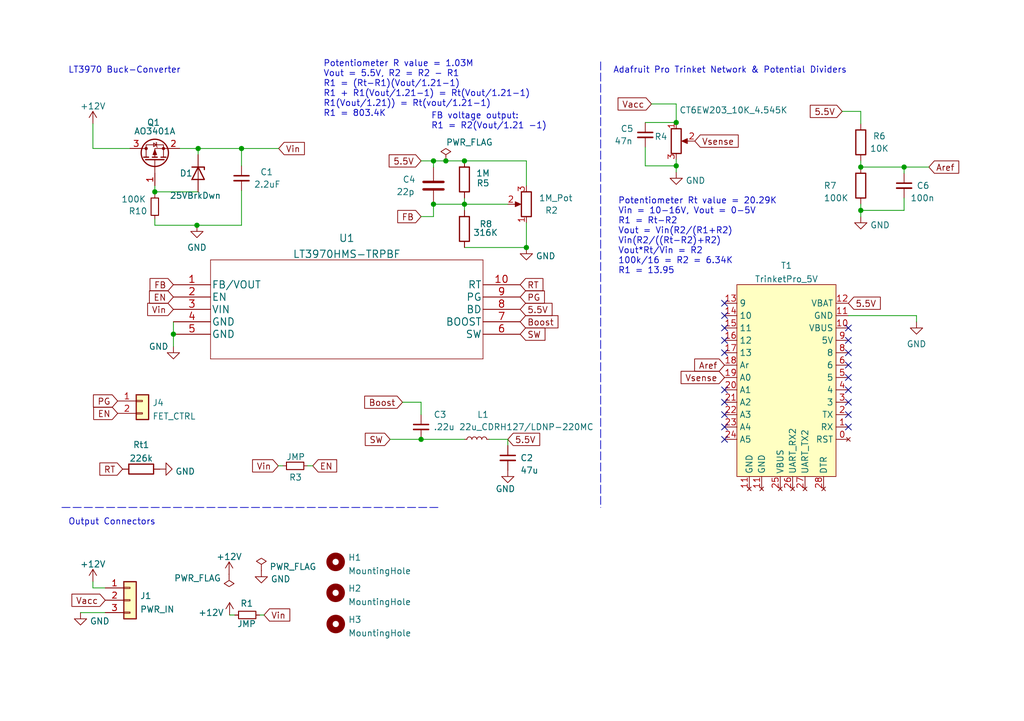
<source format=kicad_sch>
(kicad_sch (version 20211123) (generator eeschema)
  (paper "A5")
  (title_block (title "Power Controller") (date "2022-02-24") (rev "v1.0") (company "Personal") (comment 1 "Power Controller to limit quiescent current of power supply"))
  (lib_symbols
    (symbol "Adafruit:TrinketPro_5V"
      (property "Reference" "T" (at 0 22.86 0))
      (property "Value" "TrinketPro_5V" (at 0 1.27 0))
      (symbol "TrinketPro_5V_0_1"
        (rectangle (start -10.16 21.59) (end 10.16 -17.78) (stroke (width 0.1524)) (fill (type background)))
      )
      (symbol "TrinketPro_5V_1_1"
        (pin no_connect line (at 12.7 -10.16 180) (length 2.54) (name "RST") (number "0"))
        (pin input line (at 12.7 -7.62 180) (length 2.54) (name "RX") (number "1"))
        (pin power_out line (at 12.7 12.7 180) (length 2.54) (name "VBUS") (number "10"))
        (pin no_connect line (at -7.62 -20.32 90) (length 2.54) (name "GND") (number "11"))
        (pin no_connect line (at -5.08 -20.32 90) (length 2.54) (name "GND") (number "11"))
        (pin power_in line (at 12.7 15.24 180) (length 2.54) (name "GND") (number "11"))
        (pin power_in line (at 12.7 17.78 180) (length 2.54) (name "VBAT") (number "12"))
        (pin bidirectional line (at -12.7 17.78 0) (length 2.54) (name "9") (number "13"))
        (pin bidirectional line (at -12.7 15.24 0) (length 2.54) (name "10") (number "14"))
        (pin bidirectional line (at -12.7 12.7 0) (length 2.54) (name "11") (number "15"))
        (pin bidirectional line (at -12.7 10.16 0) (length 2.54) (name "12") (number "16"))
        (pin bidirectional line (at -12.7 7.62 0) (length 2.54) (name "13") (number "17"))
        (pin passive line (at -12.7 5.08 0) (length 2.54) (name "Ar") (number "18"))
        (pin bidirectional line (at -12.7 2.54 0) (length 2.54) (name "A0") (number "19"))
        (pin output line (at 12.7 -5.08 180) (length 2.54) (name "TX") (number "2"))
        (pin bidirectional line (at -12.7 0 0) (length 2.54) (name "A1") (number "20"))
        (pin bidirectional line (at -12.7 -2.54 0) (length 2.54) (name "A2") (number "21"))
        (pin bidirectional line (at -12.7 -5.08 0) (length 2.54) (name "A3") (number "22"))
        (pin bidirectional line (at -12.7 -7.62 0) (length 2.54) (name "A4") (number "23"))
        (pin bidirectional line (at -12.7 -10.16 0) (length 2.54) (name "A5") (number "24"))
        (pin no_connect line (at -1.27 -20.32 90) (length 2.54) (name "VBUS") (number "25"))
        (pin no_connect line (at 1.27 -20.32 90) (length 2.54) (name "UART_RX2") (number "26"))
        (pin no_connect line (at 3.81 -20.32 90) (length 2.54) (name "UART_TX2") (number "27"))
        (pin no_connect line (at 7.62 -20.32 90) (length 2.54) (name "DTR") (number "28"))
        (pin bidirectional line (at 12.7 -2.54 180) (length 2.54) (name "3") (number "3"))
        (pin bidirectional line (at 12.7 0 180) (length 2.54) (name "4") (number "4"))
        (pin bidirectional line (at 12.7 2.54 180) (length 2.54) (name "5") (number "5"))
        (pin bidirectional line (at 12.7 5.08 180) (length 2.54) (name "6") (number "6"))
        (pin bidirectional line (at 12.7 7.62 180) (length 2.54) (name "8") (number "8"))
        (pin power_out line (at 12.7 10.16 180) (length 2.54) (name "5V") (number "9"))
      )
    )
    (symbol "Buck_reg:LT3970HMS-TRPBF" (pin_names (offset 0.254))
      (property "Reference" "U" (at 35.56 10.16 0))
      (property "Value" "LT3970HMS-TRPBF" (at 35.56 7.62 0))
      (symbol "LT3970HMS-TRPBF_1_1"
        (polyline (pts (xy 7.62 -15.24) (xy 63.5 -15.24)) (stroke (width 0.127)))
        (polyline (pts (xy 7.62 5.08) (xy 7.62 -15.24)) (stroke (width 0.127)))
        (polyline (pts (xy 63.5 -15.24) (xy 63.5 5.08)) (stroke (width 0.127)))
        (polyline (pts (xy 63.5 5.08) (xy 7.62 5.08)) (stroke (width 0.127)))
        (pin output line (at 0 0 0) (length 7.62) (name "FB/VOUT") (number "1"))
        (pin unspecified line (at 71.12 0 180) (length 7.62) (name "RT") (number "10"))
        (pin unspecified line (at 0 -2.54 0) (length 7.62) (name "EN") (number "2"))
        (pin input line (at 0 -5.08 0) (length 7.62) (name "VIN") (number "3"))
        (pin power_in line (at 0 -7.62 0) (length 7.62) (name "GND") (number "4"))
        (pin power_in line (at 0 -10.16 0) (length 7.62) (name "GND") (number "5"))
        (pin output line (at 71.12 -10.16 180) (length 7.62) (name "SW") (number "6"))
        (pin input line (at 71.12 -7.62 180) (length 7.62) (name "BOOST") (number "7"))
        (pin unspecified line (at 71.12 -5.08 180) (length 7.62) (name "BD") (number "8"))
        (pin output line (at 71.12 -2.54 180) (length 7.62) (name "PG") (number "9"))
      )
    )
    (symbol "Connector_Generic:Conn_01x02" (pin_names (offset 1.016) hide)
      (property "Reference" "J" (at 0 2.54 0))
      (property "Value" "Conn_01x02" (at 0 -5.08 0))
      (symbol "Conn_01x02_1_1"
        (rectangle (start -1.27 -2.413) (end 0 -2.667) (stroke (width 0.1524)))
        (rectangle (start -1.27 0.127) (end 0 -0.127) (stroke (width 0.1524)))
        (rectangle (start -1.27 1.27) (end 1.27 -3.81) (stroke (width 0.254)) (fill (type background)))
        (pin passive line (at -5.08 0 0) (length 3.81) (name "Pin_1") (number "1"))
        (pin passive line (at -5.08 -2.54 0) (length 3.81) (name "Pin_2") (number "2"))
      )
    )
    (symbol "Connector_Generic:Conn_01x03" (pin_names (offset 1.016) hide)
      (property "Reference" "J" (at 0 5.08 0))
      (property "Value" "Conn_01x03" (at 0 -5.08 0))
      (symbol "Conn_01x03_1_1"
        (rectangle (start -1.27 -2.413) (end 0 -2.667) (stroke (width 0.1524)))
        (rectangle (start -1.27 0.127) (end 0 -0.127) (stroke (width 0.1524)))
        (rectangle (start -1.27 2.667) (end 0 2.413) (stroke (width 0.1524)))
        (rectangle (start -1.27 3.81) (end 1.27 -3.81) (stroke (width 0.254)) (fill (type background)))
        (pin passive line (at -5.08 2.54 0) (length 3.81) (name "Pin_1") (number "1"))
        (pin passive line (at -5.08 0 0) (length 3.81) (name "Pin_2") (number "2"))
        (pin passive line (at -5.08 -2.54 0) (length 3.81) (name "Pin_3") (number "3"))
      )
    )
    (symbol "Device:C" (pin_numbers hide) (pin_names (offset 0.254))
      (property "Reference" "C" (at 0.635 2.54 0))
      (property "Value" "C" (at 0.635 -2.54 0))
      (symbol "C_0_1"
        (polyline (pts (xy -2.032 -0.762) (xy 2.032 -0.762)) (stroke (width 0.508)))
        (polyline (pts (xy -2.032 0.762) (xy 2.032 0.762)) (stroke (width 0.508)))
      )
      (symbol "C_1_1"
        (pin passive line (at 0 3.81 270) (length 2.794) (name "~") (number "1"))
        (pin passive line (at 0 -3.81 90) (length 2.794) (name "~") (number "2"))
      )
    )
    (symbol "Device:C_Small" (pin_numbers hide) (pin_names (offset 0.254) hide)
      (property "Reference" "C" (at 0.254 1.778 0))
      (property "Value" "C_Small" (at 0.254 -2.032 0))
      (symbol "C_Small_0_1"
        (polyline (pts (xy -1.524 -0.508) (xy 1.524 -0.508)) (stroke (width 0.3302)))
        (polyline (pts (xy -1.524 0.508) (xy 1.524 0.508)) (stroke (width 0.3048)))
      )
      (symbol "C_Small_1_1"
        (pin passive line (at 0 2.54 270) (length 2.032) (name "~") (number "1"))
        (pin passive line (at 0 -2.54 90) (length 2.032) (name "~") (number "2"))
      )
    )
    (symbol "Device:D_Zener" (pin_numbers hide) (pin_names (offset 1.016) hide)
      (property "Reference" "D" (at 0 2.54 0))
      (property "Value" "D_Zener" (at 0 -2.54 0))
      (symbol "D_Zener_0_1"
        (polyline (pts (xy 1.27 0) (xy -1.27 0)))
        (polyline (pts (xy -1.27 -1.27) (xy -1.27 1.27) (xy -0.762 1.27)) (stroke (width 0.254)))
        (polyline (pts (xy 1.27 -1.27) (xy 1.27 1.27) (xy -1.27 0) (xy 1.27 -1.27)) (stroke (width 0.254)))
      )
      (symbol "D_Zener_1_1"
        (pin passive line (at -3.81 0 0) (length 2.54) (name "K") (number "1"))
        (pin passive line (at 3.81 0 180) (length 2.54) (name "A") (number "2"))
      )
    )
    (symbol "Device:L_Small" (pin_numbers hide) (pin_names (offset 0.254) hide)
      (property "Reference" "L" (at 0.762 1.016 0))
      (property "Value" "L_Small" (at 0.762 -1.016 0))
      (symbol "L_Small_0_1"
        (arc (start 0 -2.032) (mid 0.508 -1.524) (end 0 -1.016))
        (arc (start 0 -1.016) (mid 0.508 -0.508) (end 0 0))
        (arc (start 0 0) (mid 0.508 0.508) (end 0 1.016))
        (arc (start 0 1.016) (mid 0.508 1.524) (end 0 2.032))
      )
      (symbol "L_Small_1_1"
        (pin passive line (at 0 2.54 270) (length 0.508) (name "~") (number "1"))
        (pin passive line (at 0 -2.54 90) (length 0.508) (name "~") (number "2"))
      )
    )
    (symbol "Device:Q_PMOS_GDS" (pin_names (offset 0) hide)
      (property "Reference" "Q1" (at 0 8.4115 90))
      (property "Value" "AO3401A" (at 0 5.6364 90))
      (symbol "Q_PMOS_GDS_0_1"
        (polyline (pts (xy 0.254 0) (xy -2.54 0)))
        (polyline (pts (xy 0.254 1.905) (xy 0.254 -1.905)) (stroke (width 0.254)))
        (polyline (pts (xy 0.762 -1.27) (xy 0.762 -2.286)) (stroke (width 0.254)))
        (polyline (pts (xy 0.762 0.508) (xy 0.762 -0.508)) (stroke (width 0.254)))
        (polyline (pts (xy 0.762 2.286) (xy 0.762 1.27)) (stroke (width 0.254)))
        (polyline (pts (xy 2.54 2.54) (xy 2.54 1.778)))
        (polyline (pts (xy 2.54 -2.54) (xy 2.54 0) (xy 0.762 0)))
        (polyline (pts (xy 0.762 1.778) (xy 3.302 1.778) (xy 3.302 -1.778) (xy 0.762 -1.778)))
        (polyline (pts (xy 2.286 0) (xy 1.27 0.381) (xy 1.27 -0.381) (xy 2.286 0)) (fill (type outline)))
        (polyline (pts (xy 2.794 -0.508) (xy 2.921 -0.381) (xy 3.683 -0.381) (xy 3.81 -0.254)))
        (polyline (pts (xy 3.302 -0.381) (xy 2.921 0.254) (xy 3.683 0.254) (xy 3.302 -0.381)))
        (circle (center 1.651 0) (radius 2.794) (stroke (width 0.254)))
        (circle (center 2.54 -1.778) (radius 0.254) (fill (type outline)))
        (circle (center 2.54 1.778) (radius 0.254) (fill (type outline)))
      )
      (symbol "Q_PMOS_GDS_1_1"
        (pin input line (at -5.08 0 0) (length 2.54) (name "G") (number "1"))
        (pin passive line (at 2.54 -5.08 90) (length 2.54) (name "S") (number "2"))
        (pin passive line (at 2.54 5.08 270) (length 2.54) (name "D") (number "3"))
      )
    )
    (symbol "Device:R" (pin_numbers hide) (pin_names (offset 0))
      (property "Reference" "R" (at 2.032 0 90))
      (property "Value" "R" (at 0 0 90))
      (symbol "R_0_1"
        (rectangle (start -1.016 -2.54) (end 1.016 2.54) (stroke (width 0.254)))
      )
      (symbol "R_1_1"
        (pin passive line (at 0 3.81 270) (length 1.27) (name "~") (number "1"))
        (pin passive line (at 0 -3.81 90) (length 1.27) (name "~") (number "2"))
      )
    )
    (symbol "Device:R_Potentiometer" (pin_names (offset 1.016) hide)
      (property "Reference" "RV" (at -4.445 0 90))
      (property "Value" "R_Potentiometer" (at -2.54 0 90))
      (symbol "R_Potentiometer_0_1"
        (polyline (pts (xy 2.54 0) (xy 1.524 0)))
        (polyline (pts (xy 1.143 0) (xy 2.286 0.508) (xy 2.286 -0.508) (xy 1.143 0)) (fill (type outline)))
        (rectangle (start 1.016 2.54) (end -1.016 -2.54) (stroke (width 0.254)))
      )
      (symbol "R_Potentiometer_1_1"
        (pin passive line (at 0 3.81 270) (length 1.27) (name "1") (number "1"))
        (pin passive line (at 3.81 0 180) (length 1.27) (name "2") (number "2"))
        (pin passive line (at 0 -3.81 90) (length 1.27) (name "3") (number "3"))
      )
    )
    (symbol "Device:R_Small" (pin_numbers hide) (pin_names (offset 0.254) hide)
      (property "Reference" "R" (at 0.762 0.508 0))
      (property "Value" "R_Small" (at 0.762 -1.016 0))
      (symbol "R_Small_0_1"
        (rectangle (start -0.762 1.778) (end 0.762 -1.778) (stroke (width 0.2032)))
      )
      (symbol "R_Small_1_1"
        (pin passive line (at 0 2.54 270) (length 0.762) (name "~") (number "1"))
        (pin passive line (at 0 -2.54 90) (length 0.762) (name "~") (number "2"))
      )
    )
    (symbol "Mechanical:MountingHole" (pin_names (offset 1.016))
      (property "Reference" "H" (at 0 5.08 0))
      (property "Value" "MountingHole" (at 0 3.175 0))
      (symbol "MountingHole_0_1"
        (circle (center 0 0) (radius 1.27) (stroke (width 1.27)))
      )
    )
    (symbol "power:+12V" (power) (pin_names (offset 0))
      (property "Value" "+12V" (at 0 3.556 0))
      (symbol "+12V_0_1"
        (polyline (pts (xy -0.762 1.27) (xy 0 2.54)))
        (polyline (pts (xy 0 0) (xy 0 2.54)))
        (polyline (pts (xy 0 2.54) (xy 0.762 1.27)))
      )
      (symbol "+12V_1_1"
        (pin power_in line (at 0 0 90) (length 0) hide (name "+12V") (number "1"))
      )
    )
    (symbol "power:GND" (power) (pin_names (offset 0))
      (property "Value" "GND" (at 0 -3.81 0))
      (symbol "GND_0_1"
        (polyline (pts (xy 0 0) (xy 0 -1.27) (xy 1.27 -1.27) (xy 0 -2.54) (xy -1.27 -1.27) (xy 0 -1.27)))
      )
      (symbol "GND_1_1"
        (pin power_in line (at 0 0 270) (length 0) hide (name "GND") (number "1"))
      )
    )
    (symbol "power:PWR_FLAG" (power) (pin_numbers hide) (pin_names (offset 0) hide)
      (property "Value" "PWR_FLAG" (at 0 3.81 0))
      (symbol "PWR_FLAG_0_0"
        (pin power_out line (at 0 0 90) (length 0) (name "pwr") (number "1"))
      )
      (symbol "PWR_FLAG_0_1"
        (polyline (pts (xy 0 0) (xy 0 1.27) (xy -1.016 1.905) (xy 0 2.54) (xy 1.016 1.905) (xy 0 1.27)))
      )
    )
  )
  (junction (at 95.25 41.91))
  (junction (at 176.53 43.18))
  (junction (at 138.684 25.146))
  (junction (at 49.53 30.48))
  (junction (at 86.36 90.17))
  (junction (at 107.95 50.8))
  (junction (at 95.25 33.02))
  (junction (at 138.684 34.036))
  (junction (at 88.9 33.02))
  (junction (at 35.56 68.58))
  (junction (at 88.9 41.91))
  (junction (at 176.53 34.29))
  (junction (at 91.44 33.02))
  (junction (at 40.386 46.228))
  (junction (at 31.75 39.37))
  (junction (at 185.42 34.29))
  (junction (at 40.64 30.48))
  (no_connect (at 148.59 90.17))
  (no_connect (at 148.59 62.23))
  (no_connect (at 148.59 67.31))
  (no_connect (at 148.59 69.85))
  (no_connect (at 148.59 80.01))
  (no_connect (at 148.59 82.55))
  (no_connect (at 148.59 87.63))
  (no_connect (at 148.59 85.09))
  (no_connect (at 173.99 87.63))
  (no_connect (at 173.99 85.09))
  (no_connect (at 173.99 77.47))
  (no_connect (at 173.99 82.55))
  (no_connect (at 173.99 69.85))
  (no_connect (at 173.99 67.31))
  (no_connect (at 173.99 72.39))
  (no_connect (at 148.59 72.39))
  (no_connect (at 173.99 74.93))
  (no_connect (at 148.59 64.77))
  (no_connect (at 173.99 80.01))
  (wire (pts (xy 19.05 120.65) (xy 21.59 120.65)))
  (wire (pts (xy 132.334 25.146) (xy 138.684 25.146)))
  (wire (pts (xy 49.53 30.48) (xy 57.15 30.48)))
  (wire (pts (xy 88.9 33.02) (xy 88.9 34.29)))
  (wire (pts (xy 49.53 39.116) (xy 49.53 46.228)))
  (wire (pts (xy 63.0682 95.6056) (xy 64.135 95.6056)))
  (wire (pts (xy 133.604 21.336) (xy 138.684 21.336)))
  (wire (pts (xy 176.53 41.91) (xy 176.53 43.18)))
  (wire (pts (xy 86.36 90.17) (xy 95.25 90.17)))
  (wire (pts (xy 49.53 30.48) (xy 49.53 34.036)))
  (wire (pts (xy 88.9 44.45) (xy 88.9 41.91)))
  (wire (pts (xy 31.75 39.37) (xy 31.75 38.1)))
  (wire (pts (xy 132.334 34.036) (xy 138.684 34.036)))
  (wire (pts (xy 19.05 119.38) (xy 19.05 120.65)))
  (wire (pts (xy 40.64 30.48) (xy 49.53 30.48)))
  (wire (pts (xy 187.96 64.77) (xy 187.96 66.04)))
  (wire (pts (xy 48.1584 126.2126) (xy 47.0916 126.2126)))
  (wire (pts (xy 107.95 33.02) (xy 107.95 38.1)))
  (wire (pts (xy 31.75 39.878) (xy 31.75 39.37)))
  (wire (pts (xy 88.9 41.91) (xy 95.25 41.91)))
  (wire (pts (xy 185.42 40.64) (xy 185.42 43.18)))
  (wire (pts (xy 176.53 33.02) (xy 176.53 34.29)))
  (wire (pts (xy 31.75 46.228) (xy 31.75 44.958)))
  (wire (pts (xy 176.53 43.18) (xy 176.53 44.45)))
  (wire (pts (xy 19.05 25.4) (xy 19.05 30.48)))
  (wire (pts (xy 86.36 33.02) (xy 88.9 33.02)))
  (wire (pts (xy 57.0738 95.6056) (xy 57.9882 95.6056)))
  (wire (pts (xy 138.684 32.766) (xy 138.684 34.036)))
  (wire (pts (xy 173.99 64.77) (xy 187.96 64.77)))
  (wire (pts (xy 86.36 82.55) (xy 86.36 85.09)))
  (wire (pts (xy 86.36 44.45) (xy 88.9 44.45)))
  (wire (pts (xy 91.44 33.02) (xy 95.25 33.02)))
  (wire (pts (xy 176.53 43.18) (xy 185.42 43.18)))
  (wire (pts (xy 132.334 30.226) (xy 132.334 34.036)))
  (wire (pts (xy 40.386 46.228) (xy 31.75 46.228)))
  (wire (pts (xy 100.33 90.17) (xy 104.14 90.17)))
  (wire (pts (xy 172.72 22.86) (xy 176.53 22.86)))
  (wire (pts (xy 176.53 22.86) (xy 176.53 25.4)))
  (wire (pts (xy 104.14 90.17) (xy 104.14 91.44)))
  (polyline (pts (xy 12.7 104.14) (xy 90.17 104.14)))
  (wire (pts (xy 40.64 30.48) (xy 40.64 31.75)))
  (wire (pts (xy 138.684 34.036) (xy 138.684 35.306)))
  (wire (pts (xy 107.95 50.8) (xy 107.95 45.72)))
  (wire (pts (xy 185.42 34.29) (xy 185.42 35.56)))
  (wire (pts (xy 88.9 33.02) (xy 91.44 33.02)))
  (wire (pts (xy 95.25 50.8) (xy 107.95 50.8)))
  (wire (pts (xy 185.42 34.29) (xy 190.5 34.29)))
  (wire (pts (xy 36.83 30.48) (xy 40.64 30.48)))
  (wire (pts (xy 95.25 41.91) (xy 95.25 43.18)))
  (wire (pts (xy 95.25 33.02) (xy 107.95 33.02)))
  (wire (pts (xy 49.53 46.228) (xy 40.386 46.228)))
  (wire (pts (xy 95.25 40.64) (xy 95.25 41.91)))
  (wire (pts (xy 138.684 21.336) (xy 138.684 25.146)))
  (wire (pts (xy 82.55 82.55) (xy 86.36 82.55)))
  (wire (pts (xy 35.56 68.58) (xy 35.56 71.12)))
  (wire (pts (xy 16.51 125.73) (xy 21.59 125.73)))
  (polyline (pts (xy 123.19 12.7) (xy 123.19 104.14)))
  (wire (pts (xy 86.36 90.17) (xy 80.01 90.17)))
  (wire (pts (xy 35.56 66.04) (xy 35.56 68.58)))
  (wire (pts (xy 95.25 41.91) (xy 104.14 41.91)))
  (wire (pts (xy 31.75 39.37) (xy 40.64 39.37)))
  (wire (pts (xy 19.05 30.48) (xy 26.67 30.48)))
  (wire (pts (xy 176.53 34.29) (xy 185.42 34.29)))
  (wire (pts (xy 54.1528 126.2126) (xy 53.2384 126.2126)))
  (text "Potentiometer R value = 1.03M\nVout = 5.5V, R2 = R2 - R1\nR1 = (Rt-R1)(Vout/1.21-1)\nR1 + R1(Vout/1.21-1) = Rt(Vout/1.21-1)\nR1(Vout/1.21)) = Rt(vout/1.21-1)\nR1 = 803.4K" (at 66.294 24.13 0) (effects (font (size 1.27 1.27)) (justify left bottom)))
  (text "Output Connectors" (at 13.97 107.95 0) (effects (font (size 1.27 1.27)) (justify left bottom)))
  (text "Adafruit Pro Trinket Network & Potential Dividers\n" (at 125.73 15.24 0) (effects (font (size 1.27 1.27)) (justify left bottom)))
  (text "LT3970 Buck-Converter\n" (at 13.97 15.24 0) (effects (font (size 1.27 1.27)) (justify left bottom)))
  (text "Potentiometer Rt value = 20.29K\nVin = 10-16V, Vout = 0-5V\nR1 = Rt-R2\nVout = Vin(R2/(R1+R2)\nVin(R2/((Rt-R2)+R2)\nVout*Rt/Vin = R2\n100k/16 = R2 = 6.34K\nR1 = 13.95" (at 126.746 56.388 0) (effects (font (size 1.27 1.27)) (justify left bottom)))
  (text "FB voltage output:\nR1 = R2(Vout/1.21 -1)" (at 88.392 26.67 0) (effects (font (size 1.27 1.27)) (justify left bottom)))
  (global_label "5.5V" (shape input) (at 106.68 63.5 0) (property "Intersheet References" "${INTERSHEET_REFS}" (effects hide)))
  (global_label "Aref" (shape input) (at 148.59 74.93 180) (property "Intersheet References" "${INTERSHEET_REFS}" (effects hide)))
  (global_label "RT" (shape input) (at 25.146 96.266 180) (property "Intersheet References" "${INTERSHEET_REFS}" (effects hide)))
  (global_label "EN" (shape input) (at 64.135 95.6056 0) (property "Intersheet References" "${INTERSHEET_REFS}" (effects hide)))
  (global_label "Vsense" (shape input) (at 148.59 77.47 180) (property "Intersheet References" "${INTERSHEET_REFS}" (effects hide)))
  (global_label "FB" (shape input) (at 86.36 44.45 180) (property "Intersheet References" "${INTERSHEET_REFS}" (effects hide)))
  (global_label "Vin" (shape input) (at 57.15 30.48 0) (property "Intersheet References" "${INTERSHEET_REFS}" (effects hide)))
  (global_label "PG" (shape input) (at 24.13 82.296 180) (property "Intersheet References" "${INTERSHEET_REFS}" (effects hide)))
  (global_label "Boost" (shape input) (at 82.55 82.55 180) (property "Intersheet References" "${INTERSHEET_REFS}" (effects hide)))
  (global_label "RT" (shape input) (at 106.68 58.42 0) (property "Intersheet References" "${INTERSHEET_REFS}" (effects hide)))
  (global_label "Boost" (shape input) (at 106.68 66.04 0) (property "Intersheet References" "${INTERSHEET_REFS}" (effects hide)))
  (global_label "SW" (shape input) (at 80.01 90.17 180) (property "Intersheet References" "${INTERSHEET_REFS}" (effects hide)))
  (global_label "Vacc" (shape input) (at 21.59 123.19 180) (property "Intersheet References" "${INTERSHEET_REFS}" (effects hide)))
  (global_label "5.5V" (shape input) (at 172.72 22.86 180) (property "Intersheet References" "${INTERSHEET_REFS}" (effects hide)))
  (global_label "5.5V" (shape input) (at 86.36 33.02 180) (property "Intersheet References" "${INTERSHEET_REFS}" (effects hide)))
  (global_label "5.5V" (shape input) (at 104.14 90.17 0) (property "Intersheet References" "${INTERSHEET_REFS}" (effects hide)))
  (global_label "Aref" (shape input) (at 190.5 34.29 0) (property "Intersheet References" "${INTERSHEET_REFS}" (effects hide)))
  (global_label "5.5V" (shape input) (at 173.99 62.23 0) (property "Intersheet References" "${INTERSHEET_REFS}" (effects hide)))
  (global_label "Vin" (shape input) (at 35.56 63.5 180) (property "Intersheet References" "${INTERSHEET_REFS}" (effects hide)))
  (global_label "SW" (shape input) (at 106.68 68.58 0) (property "Intersheet References" "${INTERSHEET_REFS}" (effects hide)))
  (global_label "Vin" (shape input) (at 57.0738 95.6056 180) (property "Intersheet References" "${INTERSHEET_REFS}" (effects hide)))
  (global_label "EN" (shape input) (at 35.56 60.96 180) (property "Intersheet References" "${INTERSHEET_REFS}" (effects hide)))
  (global_label "Vacc" (shape input) (at 133.604 21.336 180) (property "Intersheet References" "${INTERSHEET_REFS}" (effects hide)))
  (global_label "Vsense" (shape input) (at 142.494 28.956 0) (property "Intersheet References" "${INTERSHEET_REFS}" (effects hide)))
  (global_label "Vin" (shape input) (at 54.1528 126.2126 0) (property "Intersheet References" "${INTERSHEET_REFS}" (effects hide)))
  (global_label "FB" (shape input) (at 35.56 58.42 180) (property "Intersheet References" "${INTERSHEET_REFS}" (effects hide)))
  (global_label "PG" (shape input) (at 106.68 60.96 0) (property "Intersheet References" "${INTERSHEET_REFS}" (effects hide)))
  (global_label "EN" (shape input) (at 24.13 84.836 180) (property "Intersheet References" "${INTERSHEET_REFS}" (effects hide)))
  (symbol (lib_id "power:+12V") (at 19.05 119.38 0) (unit 1)
    (property "Reference" "#PWR05" (effects hide))
    (property "Value" "+12V" (at 19.05 115.7755 0))
  )
  (symbol (lib_id "Device:D_Zener") (at 40.64 35.56 270) (unit 1)
    (property "Reference" "D1" (at 36.83 35.56 90) (effects (justify left)))
    (property "Value" "25VBrkDwn" (at 34.798 40.132 90) (effects (justify left)))
    (property "Footprint" "Diode_SMD:D_SOD-123" (effects hide))
  )
  (symbol (lib_id "power:GND") (at 176.53 44.45 0) (unit 1)
    (property "Reference" "#PWR02" (effects hide))
    (property "Value" "GND" (at 178.435 46.199 0) (effects (justify left)))
  )
  (symbol (lib_id "power:PWR_FLAG") (at 91.44 33.02 0) (unit 1)
    (property "Reference" "#FLG03" (effects hide))
    (property "Value" "PWR_FLAG" (at 91.44 29.21 0) (effects (justify left)))
  )
  (symbol (lib_id "Mechanical:MountingHole") (at 68.834 121.666 0) (unit 1)
    (property "Reference" "H2" (at 71.374 120.7575 0) (effects (justify left)))
    (property "Value" "MountingHole" (at 71.374 123.5326 0) (effects (justify left)))
    (property "Footprint" "MountingHole:MountingHole_2.5mm" (effects hide))
  )
  (symbol (lib_id "Connector_Generic:Conn_01x03") (at 26.67 123.19 0) (unit 1)
    (property "Reference" "J1" (at 28.702 122.2815 0) (effects (justify left)))
    (property "Value" "PWR_IN" (at 28.702 125.0566 0) (effects (justify left)))
    (property "Footprint" "Connector_PinSocket_2.54mm:PinSocket_1x03_P2.54mm_Vertical" (effects hide))
  )
  (symbol (lib_id "Device:R") (at 176.53 38.1 180) (unit 1)
    (property "Reference" "R7" (at 168.91 38.1 0) (effects (justify right)))
    (property "Value" "100K" (at 168.91 40.64 0) (effects (justify right)))
    (property "Footprint" "Resistor_SMD:R_1206_3216Metric_Pad1.30x1.75mm_HandSolder" (effects hide))
  )
  (symbol (lib_id "power:GND") (at 107.95 50.8 0) (unit 1)
    (property "Reference" "#PWR013" (effects hide))
    (property "Value" "GND" (at 109.855 52.549 0) (effects (justify left)))
  )
  (symbol (lib_id "Device:R_Potentiometer") (at 107.95 41.91 180) (unit 1)
    (property "Reference" "R2" (at 111.76 43.18 0) (effects (justify right)))
    (property "Value" "1M_Pot" (at 110.49 40.64 0) (effects (justify right)))
    (property "Footprint" "Potentiometer_Imported:GF063P1" (effects hide))
  )
  (symbol (lib_id "power:PWR_FLAG") (at 46.99 117.856 180) (unit 1)
    (property "Reference" "#FLG01" (effects hide))
    (property "Value" "PWR_FLAG" (at 45.339 118.647 0) (effects (justify left)))
  )
  (symbol (lib_id "Device:R_Potentiometer") (at 138.684 28.956 0) (unit 1)
    (property "Reference" "R4" (at 136.906 28.0475 0) (effects (justify right)))
    (property "Value" "CT6EW203_10K_4.545K" (at 161.544 22.606 0) (effects (justify right)))
    (property "Footprint" "Potentiometer_Imported:CT-6EW" (effects hide))
  )
  (symbol (lib_id "Device:R") (at 176.53 29.21 180) (unit 1)
    (property "Reference" "R6" (at 180.34 27.94 0))
    (property "Value" "10K" (at 180.34 30.48 0))
    (property "Footprint" "Resistor_SMD:R_0603_1608Metric_Pad0.98x0.95mm_HandSolder" (effects hide))
  )
  (symbol (lib_id "Adafruit:TrinketPro_5V") (at 161.29 80.01 0) (unit 1)
    (property "Reference" "T1" (at 161.29 54.5043 0))
    (property "Value" "TrinketPro_5V" (at 161.29 57.2794 0))
    (property "Footprint" "Arduino:TrinketPro5V_partial" (effects hide))
  )
  (symbol (lib_id "Device:C_Small") (at 49.53 36.576 0) (unit 1)
    (property "Reference" "C1" (at 53.34 35.306 0) (effects (justify left)))
    (property "Value" "2.2uF" (at 52.07 37.846 0) (effects (justify left)))
    (property "Footprint" "Capacitor_SMD:C_0805_2012Metric_Pad1.18x1.45mm_HandSolder" (effects hide))
  )
  (symbol (lib_id "Device:R") (at 95.25 46.99 180) (unit 1)
    (property "Reference" "R8" (at 98.298 45.974 0) (effects (justify right)))
    (property "Value" "316K" (at 97.028 47.752 0) (effects (justify right)))
    (property "Footprint" "Resistor_SMD:R_1206_3216Metric_Pad1.30x1.75mm_HandSolder" (effects hide))
  )
  (symbol (lib_id "Buck_reg:LT3970HMS-TRPBF") (at 35.56 58.42 0) (unit 1)
    (property "Reference" "U1" (at 71.12 48.8726 0) (effects (font (size 1.524 1.524))))
    (property "Value" "LT3970HMS-TRPBF" (at 71.12 52.1516 0) (effects (font (size 1.524 1.524))))
    (property "Footprint" "Imported:LT3970HMS-TRPBF" (effects hide))
  )
  (symbol (lib_id "power:GND") (at 104.14 96.52 0) (unit 1)
    (property "Reference" "#PWR014" (effects hide))
    (property "Value" "GND" (at 101.6 100.33 0) (effects (justify left)))
  )
  (symbol (lib_id "power:GND") (at 35.56 71.12 0) (unit 1)
    (property "Reference" "#PWR010" (effects hide))
    (property "Value" "GND" (at 30.48 71.12 0) (effects (justify left)))
  )
  (symbol (lib_id "Device:L_Small") (at 97.79 90.17 90) (unit 1)
    (property "Reference" "L1" (at 99.06 85.09 90))
    (property "Value" "22u_CDRH127/LDNP-220MC" (at 107.95 87.63 90))
    (property "Footprint" "Inductor_SMD:L_12x12mm_H8mm" (effects hide))
  )
  (symbol (lib_id "power:GND") (at 138.684 35.306 0) (unit 1)
    (property "Reference" "#PWR01" (effects hide))
    (property "Value" "GND" (at 140.589 37.055 0) (effects (justify left)))
  )
  (symbol (lib_id "Mechanical:MountingHole") (at 68.8594 128.0668 0) (unit 1)
    (property "Reference" "H3" (at 71.3994 127.1583 0) (effects (justify left)))
    (property "Value" "MountingHole" (at 71.3994 129.9334 0) (effects (justify left)))
    (property "Footprint" "MountingHole:MountingHole_2.5mm" (effects hide))
  )
  (symbol (lib_id "Connector_Generic:Conn_01x02") (at 29.21 82.296 0) (unit 1)
    (property "Reference" "J4" (at 31.242 82.6575 0) (effects (justify left)))
    (property "Value" "FET_CTRL" (at 31.242 85.4326 0) (effects (justify left)))
    (property "Footprint" "Connector_PinSocket_2.54mm:PinSocket_1x02_P2.54mm_Vertical" (effects hide))
  )
  (symbol (lib_id "Device:R") (at 95.25 36.83 0) (unit 1)
    (property "Reference" "R5" (at 99.06 37.592 0))
    (property "Value" "1M" (at 99.06 35.56 0))
    (property "Footprint" "Resistor_SMD:R_0805_2012Metric_Pad1.20x1.40mm_HandSolder" (effects hide))
  )
  (symbol (lib_id "power:GND") (at 187.96 66.04 0) (unit 1)
    (property "Reference" "#PWR03" (effects hide))
    (property "Value" "GND" (at 187.96 70.6025 0))
  )
  (symbol (lib_id "Device:C_Small") (at 86.36 87.63 0) (unit 1)
    (property "Reference" "C3" (at 88.9 85.09 0) (effects (justify left)))
    (property "Value" ".22u" (at 88.9 87.63 0) (effects (justify left)))
    (property "Footprint" "Capacitor_SMD:C_0603_1608Metric_Pad1.08x0.95mm_HandSolder" (effects hide))
  )
  (symbol (lib_id "Device:Q_PMOS_GDS") (at 31.75 33.02 90) (unit 1)
    (property "Reference" "Q1" (at 31.496 25.146 90))
    (property "Value" "AO3401A" (at 31.75 26.924 90))
    (property "Footprint" "Package_TO_SOT_SMD:SOT-23" (effects hide))
  )
  (symbol (lib_id "power:+12V") (at 19.05 25.4 0) (unit 1)
    (property "Reference" "#PWR08" (effects hide))
    (property "Value" "+12V" (at 19.05 21.7955 0))
  )
  (symbol (lib_id "Device:R_Small") (at 31.75 42.418 180) (unit 1)
    (property "Reference" "R10" (at 30.2514 43.3265 0) (effects (justify left)))
    (property "Value" "100K" (at 29.972 40.894 0) (effects (justify left)))
    (property "Footprint" "Resistor_SMD:R_1206_3216Metric_Pad1.30x1.75mm_HandSolder" (effects hide))
  )
  (symbol (lib_id "power:GND") (at 32.766 96.266 90) (unit 1)
    (property "Reference" "#PWR012" (effects hide))
    (property "Value" "GND" (at 35.941 96.745 90) (effects (justify right)))
  )
  (symbol (lib_id "power:+12V") (at 46.99 117.856 0) (unit 1)
    (property "Reference" "#PWR0101" (effects hide))
    (property "Value" "+12V" (at 46.99 114.2515 0))
  )
  (symbol (lib_id "power:GND") (at 53.594 117.094 0) (unit 1)
    (property "Reference" "#PWR016" (effects hide))
    (property "Value" "GND" (at 55.499 118.843 0) (effects (justify left)))
  )
  (symbol (lib_id "Device:C") (at 88.9 38.1 0) (unit 1)
    (property "Reference" "C4" (at 82.55 36.83 0) (effects (justify left)))
    (property "Value" "22p" (at 81.28 39.37 0) (effects (justify left)))
    (property "Footprint" "Capacitor_SMD:C_0805_2012Metric_Pad1.18x1.45mm_HandSolder" (effects hide))
  )
  (symbol (lib_id "Device:C_Small") (at 185.42 38.1 0) (unit 1)
    (property "Reference" "C6" (at 187.96 38.1 0) (effects (justify left)))
    (property "Value" "100n" (at 186.69 40.64 0) (effects (justify left)))
    (property "Footprint" "Custom:C_0.64x0.4_Handsolder" (effects hide))
  )
  (symbol (lib_id "Device:C_Small") (at 104.14 93.98 0) (unit 1)
    (property "Reference" "C2" (at 106.68 93.98 0) (effects (justify left)))
    (property "Value" "47u" (at 106.68 96.52 0) (effects (justify left)))
    (property "Footprint" "Capacitor_SMD:C_1206_3216Metric_Pad1.33x1.80mm_HandSolder" (effects hide))
  )
  (symbol (lib_id "Device:R_Small") (at 60.5282 95.6056 270) (unit 1)
    (property "Reference" "R3" (at 59.2582 97.9678 90) (effects (justify left)))
    (property "Value" "JMP" (at 58.6994 93.7768 90) (effects (justify left)))
    (property "Footprint" "Resistor_SMD:R_0805_2012Metric_Pad1.20x1.40mm_HandSolder" (effects hide))
  )
  (symbol (lib_id "Device:R") (at 28.956 96.266 90) (unit 1)
    (property "Reference" "Rt1" (at 28.956 91.2835 90))
    (property "Value" "226k" (at 28.956 94.0586 90))
    (property "Footprint" "Resistor_SMD:R_0805_2012Metric_Pad1.20x1.40mm_HandSolder" (effects hide))
  )
  (symbol (lib_id "Mechanical:MountingHole") (at 68.834 115.316 0) (unit 1)
    (property "Reference" "H1" (at 71.374 114.4075 0) (effects (justify left)))
    (property "Value" "MountingHole" (at 71.374 117.1826 0) (effects (justify left)))
    (property "Footprint" "MountingHole:MountingHole_2.5mm" (effects hide))
  )
  (symbol (lib_id "power:PWR_FLAG") (at 53.594 117.094 0) (unit 1)
    (property "Reference" "#FLG02" (effects hide))
    (property "Value" "PWR_FLAG" (at 55.245 116.303 0) (effects (justify left)))
  )
  (symbol (lib_id "Device:C_Small") (at 132.334 27.686 0) (unit 1)
    (property "Reference" "C5" (at 127.254 26.416 0) (effects (justify left)))
    (property "Value" "47n" (at 125.984 28.956 0) (effects (justify left)))
    (property "Footprint" "Capacitor_SMD:C_0805_2012Metric_Pad1.18x1.45mm_HandSolder" (effects hide))
  )
  (symbol (lib_id "Device:R_Small") (at 50.6984 126.2126 90) (unit 1)
    (property "Reference" "R1" (at 51.9684 123.8504 90) (effects (justify left)))
    (property "Value" "JMP" (at 52.5272 128.0414 90) (effects (justify left)))
    (property "Footprint" "Resistor_SMD:R_0805_2012Metric_Pad1.20x1.40mm_HandSolder" (effects hide))
  )
  (symbol (lib_id "power:+12V") (at 47.0916 126.2126 0) (unit 1)
    (property "Reference" "#PWR0102" (effects hide))
    (property "Value" "+12V" (at 40.64 125.73 0) (effects (justify left)))
  )
  (symbol (lib_id "power:GND") (at 16.51 125.73 0) (unit 1)
    (property "Reference" "#PWR04" (effects hide))
    (property "Value" "GND" (at 18.415 127.479 0) (effects (justify left)))
  )
  (symbol (lib_id "power:GND") (at 40.386 46.228 0) (unit 1)
    (property "Reference" "#PWR09" (effects hide))
    (property "Value" "GND" (at 40.386 50.7905 0))
  )
)
</source>
